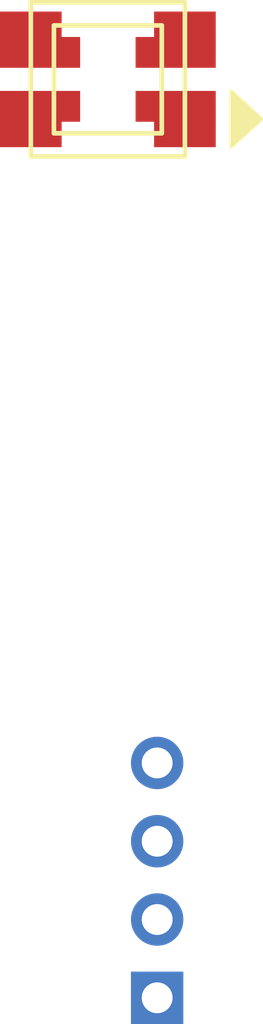
<source format=kicad_pcb>


(kicad_pcb (version 20171130) (host pcbnew 5.1.6)

  (page A3)
  (title_block
    (title "pcb")
    (rev "v9.9")
    (company "Ergogen Tests")
  )

  (general
    (thickness 1.6)
  )

  (layers
    (0 F.Cu signal)
    (31 B.Cu signal)
    (32 B.Adhes user)
    (33 F.Adhes user)
    (34 B.Paste user)
    (35 F.Paste user)
    (36 B.SilkS user)
    (37 F.SilkS user)
    (38 B.Mask user)
    (39 F.Mask user)
    (40 Dwgs.User user)
    (41 Cmts.User user)
    (42 Eco1.User user)
    (43 Eco2.User user)
    (44 Edge.Cuts user)
    (45 Margin user)
    (46 B.CrtYd user)
    (47 F.CrtYd user)
    (48 B.Fab user)
    (49 F.Fab user)
  )

  (setup
    (last_trace_width 0.25)
    (trace_clearance 0.2)
    (zone_clearance 0.508)
    (zone_45_only no)
    (trace_min 0.2)
    (via_size 0.8)
    (via_drill 0.4)
    (via_min_size 0.4)
    (via_min_drill 0.3)
    (uvia_size 0.3)
    (uvia_drill 0.1)
    (uvias_allowed no)
    (uvia_min_size 0.2)
    (uvia_min_drill 0.1)
    (edge_width 0.05)
    (segment_width 0.2)
    (pcb_text_width 0.3)
    (pcb_text_size 1.5 1.5)
    (mod_edge_width 0.12)
    (mod_text_size 1 1)
    (mod_text_width 0.15)
    (pad_size 1.524 1.524)
    (pad_drill 0.762)
    (pad_to_mask_clearance 0.05)
    (aux_axis_origin 0 0)
    (visible_elements FFFFFF7F)
    (pcbplotparams
      (layerselection 0x010fc_ffffffff)
      (usegerberextensions false)
      (usegerberattributes true)
      (usegerberadvancedattributes true)
      (creategerberjobfile true)
      (excludeedgelayer true)
      (linewidth 0.100000)
      (plotframeref false)
      (viasonmask false)
      (mode 1)
      (useauxorigin false)
      (hpglpennumber 1)
      (hpglpenspeed 20)
      (hpglpendiameter 15.000000)
      (psnegative false)
      (psa4output false)
      (plotreference true)
      (plotvalue true)
      (plotinvisibletext false)
      (padsonsilk false)
      (subtractmaskfromsilk false)
      (outputformat 1)
      (mirror false)
      (drillshape 1)
      (scaleselection 1)
      (outputdirectory ""))
  )

  (net 0 "")
(net 1 "vcc")
(net 2 "gnd")
(net 3 "sda")
(net 4 "scl")
(net 5 "din")
(net 6 "dout")

  (net_class Default "This is the default net class."
    (clearance 0.2)
    (trace_width 0.25)
    (via_dia 0.8)
    (via_drill 0.4)
    (uvia_dia 0.3)
    (uvia_drill 0.1)
    (add_net "")
(add_net "vcc")
(add_net "gnd")
(add_net "sda")
(add_net "scl")
(add_net "din")
(add_net "dout")
  )

  
    
        (module lib:OLED_headers (layer F.Cu) (tedit 5E1ADAC2)
        (at 0 0 0) 

                
        (fp_text reference "OLED1" (at 0 0) (layer F.SilkS) hide (effects (font (size 1.27 1.27) (thickness 0.15))))
        (fp_text value OLED (at 0 -7.3) (layer F.Fab) (effects (font (size 1 1) (thickness 0.15))))

        
        (pad 4 thru_hole oval (at 1.6 2.18 270) (size 1.7 1.7) (drill 1) (layers *.Cu *.Mask)
        (net 3 "sda"))
        (pad 3 thru_hole oval (at 1.6 4.72 270) (size 1.7 1.7) (drill 1) (layers *.Cu *.Mask)
        (net 4 "scl"))
        (pad 2 thru_hole oval (at 1.6 7.26 270) (size 1.7 1.7) (drill 1) (layers *.Cu *.Mask)
        (net 1 "vcc"))
        (pad 1 thru_hole rect (at 1.6 9.8 270) (size 1.7 1.7) (drill 1) (layers *.Cu *.Mask)
        (net 2 "gnd"))
        )
        

    
        (module lib:OLED_headers (layer F.Cu) (tedit 5E1ADAC2)
        (at 0 0 0) 

                
        (fp_text reference "OLED2" (at 0 0) (layer F.SilkS) hide (effects (font (size 1.27 1.27) (thickness 0.15))))
        (fp_text value OLED (at 0 -7.3) (layer F.Fab) (effects (font (size 1 1) (thickness 0.15))))

        
        (pad 4 thru_hole oval (at 1.6 2.18 270) (size 1.7 1.7) (drill 1) (layers *.Cu *.Mask)
        (net 3 "sda"))
        (pad 3 thru_hole oval (at 1.6 4.72 270) (size 1.7 1.7) (drill 1) (layers *.Cu *.Mask)
        (net 4 "scl"))
        (pad 2 thru_hole oval (at 1.6 7.26 270) (size 1.7 1.7) (drill 1) (layers *.Cu *.Mask)
        (net 1 "vcc"))
        (pad 1 thru_hole rect (at 1.6 9.8 270) (size 1.7 1.7) (drill 1) (layers *.Cu *.Mask)
        (net 2 "gnd"))
        )
        

    
        (module WS2812B (layer F.Cu) (tedit 53BEE615)

            (at 0 -20 0)

            
            (fp_text reference "LED1" (at 0 0) (layer F.SilkS) hide (effects (font (size 1.27 1.27) (thickness 0.15))))
            (fp_text value "" (at 0 0) (layer F.SilkS) hide (effects (font (size 1.27 1.27) (thickness 0.15))))

            (fp_line (start -1.75 -1.75) (end -1.75 1.75) (layer F.SilkS) (width 0.15))
            (fp_line (start -1.75 1.75) (end 1.75 1.75) (layer F.SilkS) (width 0.15))
            (fp_line (start 1.75 1.75) (end 1.75 -1.75) (layer F.SilkS) (width 0.15))
            (fp_line (start 1.75 -1.75) (end -1.75 -1.75) (layer F.SilkS) (width 0.15))

            (fp_line (start -2.5 -2.5) (end -2.5 2.5) (layer F.SilkS) (width 0.15))
            (fp_line (start -2.5 2.5) (end 2.5 2.5) (layer F.SilkS) (width 0.15))
            (fp_line (start 2.5 2.5) (end 2.5 -2.5) (layer F.SilkS) (width 0.15))
            (fp_line (start 2.5 -2.5) (end -2.5 -2.5) (layer F.SilkS) (width 0.15))

            (fp_poly (pts (xy 4 2.2) (xy 4 0.375) (xy 5 1.2875)) (layer F.SilkS) (width 0.1))

            (pad 1 smd rect (at -2.2 -0.875 0) (size 2.6 1) (layers F.Cu F.Paste F.Mask) (net 1 "vcc"))
            (pad 2 smd rect (at -2.2 0.875 0) (size 2.6 1) (layers F.Cu F.Paste F.Mask) (net 6 "dout"))
            (pad 3 smd rect (at 2.2 0.875 0) (size 2.6 1) (layers F.Cu F.Paste F.Mask) (net 2 "gnd"))
            (pad 4 smd rect (at 2.2 -0.875 0) (size 2.6 1) (layers F.Cu F.Paste F.Mask) (net 5 "din"))

            (pad 11 smd rect (at -2.5 -1.6 0) (size 2 1.2) (layers F.Cu F.Paste F.Mask) (net 1 "vcc"))
            (pad 22 smd rect (at -2.5 1.6 0) (size 2 1.2) (layers F.Cu F.Paste F.Mask) (net 6 "dout"))
            (pad 33 smd rect (at 2.5 1.6 0) (size 2 1.2) (layers F.Cu F.Paste F.Mask) (net 2 "gnd"))
            (pad 44 smd rect (at 2.5 -1.6 0) (size 2 1.2) (layers F.Cu F.Paste F.Mask) (net 5 "din"))
            
        )
    
    

        (module WS2812B (layer F.Cu) (tedit 53BEE615)

            (at 0 -20 0)

            
            (fp_text reference "LED2" (at 0 0) (layer F.SilkS) hide (effects (font (size 1.27 1.27) (thickness 0.15))))
            (fp_text value "" (at 0 0) (layer F.SilkS) hide (effects (font (size 1.27 1.27) (thickness 0.15))))

            (fp_line (start -1.75 -1.75) (end -1.75 1.75) (layer F.SilkS) (width 0.15))
            (fp_line (start -1.75 1.75) (end 1.75 1.75) (layer F.SilkS) (width 0.15))
            (fp_line (start 1.75 1.75) (end 1.75 -1.75) (layer F.SilkS) (width 0.15))
            (fp_line (start 1.75 -1.75) (end -1.75 -1.75) (layer F.SilkS) (width 0.15))

            (fp_line (start -2.5 -2.5) (end -2.5 2.5) (layer F.SilkS) (width 0.15))
            (fp_line (start -2.5 2.5) (end 2.5 2.5) (layer F.SilkS) (width 0.15))
            (fp_line (start 2.5 2.5) (end 2.5 -2.5) (layer F.SilkS) (width 0.15))
            (fp_line (start 2.5 -2.5) (end -2.5 -2.5) (layer F.SilkS) (width 0.15))

            (fp_poly (pts (xy 4 2.2) (xy 4 0.375) (xy 5 1.2875)) (layer F.SilkS) (width 0.1))

            (pad 1 smd rect (at -2.2 -0.875 0) (size 2.6 1) (layers F.Cu F.Paste F.Mask) (net 1 "vcc"))
            (pad 2 smd rect (at -2.2 0.875 0) (size 2.6 1) (layers F.Cu F.Paste F.Mask) (net 6 "dout"))
            (pad 3 smd rect (at 2.2 0.875 0) (size 2.6 1) (layers F.Cu F.Paste F.Mask) (net 2 "gnd"))
            (pad 4 smd rect (at 2.2 -0.875 0) (size 2.6 1) (layers F.Cu F.Paste F.Mask) (net 5 "din"))

            (pad 11 smd rect (at -2.5 -1.6 0) (size 2 1.2) (layers F.Cu F.Paste F.Mask) (net 1 "vcc"))
            (pad 22 smd rect (at -2.5 1.6 0) (size 2 1.2) (layers F.Cu F.Paste F.Mask) (net 6 "dout"))
            (pad 33 smd rect (at 2.5 1.6 0) (size 2 1.2) (layers F.Cu F.Paste F.Mask) (net 2 "gnd"))
            (pad 44 smd rect (at 2.5 -1.6 0) (size 2 1.2) (layers F.Cu F.Paste F.Mask) (net 5 "din"))
            
        )
    
        
  

)
</source>
